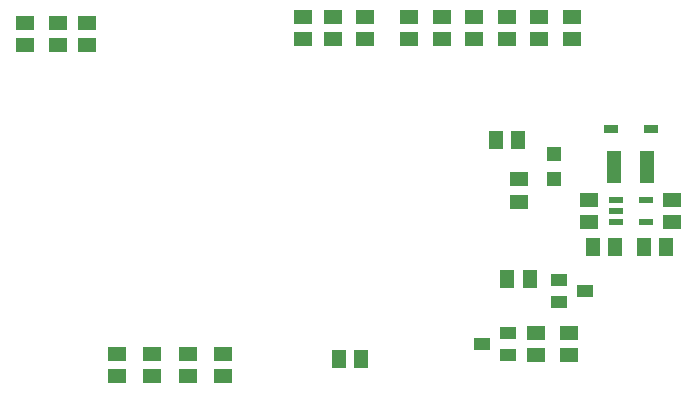
<source format=gtp>
G04 EAGLE Gerber RS-274X export*
G75*
%MOMM*%
%FSLAX34Y34*%
%LPD*%
%INSolderpaste Top*%
%IPPOS*%
%AMOC8*
5,1,8,0,0,1.08239X$1,22.5*%
G01*
%ADD10R,1.500000X1.300000*%
%ADD11R,1.300000X1.500000*%
%ADD12R,1.200000X0.550000*%
%ADD13R,1.400000X1.000000*%
%ADD14R,1.200000X0.750000*%
%ADD15R,1.300000X2.700000*%
%ADD16R,1.200000X1.200000*%


D10*
X535000Y425500D03*
X535000Y444500D03*
X507500Y425500D03*
X507500Y444500D03*
X480000Y425500D03*
X480000Y444500D03*
X452500Y425500D03*
X452500Y444500D03*
X425000Y425500D03*
X425000Y444500D03*
X397500Y425500D03*
X397500Y444500D03*
X360000Y425500D03*
X360000Y444500D03*
X332500Y425500D03*
X332500Y444500D03*
X307500Y425500D03*
X307500Y444500D03*
X125000Y420500D03*
X125000Y439500D03*
X100000Y420500D03*
X100000Y439500D03*
X72500Y420500D03*
X72500Y439500D03*
X150000Y159500D03*
X150000Y140500D03*
X180000Y159500D03*
X180000Y140500D03*
X210000Y159500D03*
X210000Y140500D03*
X240000Y159500D03*
X240000Y140500D03*
D11*
X470500Y340000D03*
X489500Y340000D03*
X480500Y222500D03*
X499500Y222500D03*
X338000Y155000D03*
X357000Y155000D03*
D12*
X572500Y289500D03*
X572500Y280000D03*
X572500Y270500D03*
X597500Y270500D03*
X597500Y289500D03*
D13*
X546000Y212500D03*
X524000Y203000D03*
X524000Y222000D03*
X459000Y167500D03*
X481000Y177000D03*
X481000Y158000D03*
D10*
X532500Y177000D03*
X532500Y158000D03*
X505000Y158000D03*
X505000Y177000D03*
X550000Y270500D03*
X550000Y289500D03*
X620000Y270500D03*
X620000Y289500D03*
D14*
X602000Y350000D03*
X568000Y350000D03*
D11*
X572000Y249500D03*
X553000Y249500D03*
X615000Y249500D03*
X596000Y249500D03*
D15*
X599000Y317500D03*
X571000Y317500D03*
D16*
X520000Y328000D03*
X520000Y307000D03*
D10*
X490000Y307000D03*
X490000Y288000D03*
M02*

</source>
